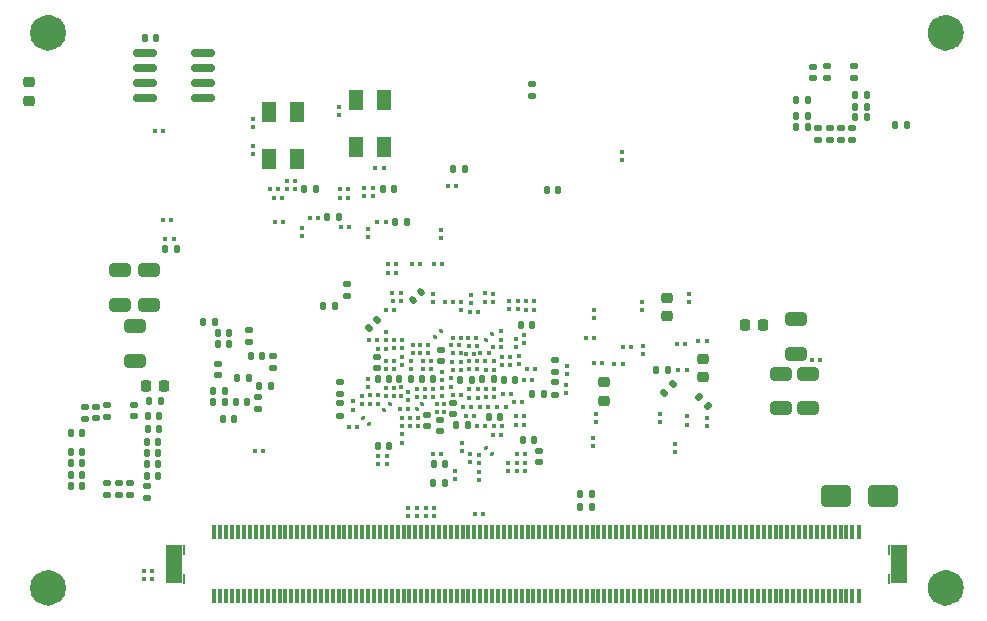
<source format=gbr>
%TF.GenerationSoftware,KiCad,Pcbnew,8.99.0-2767-g6be6680d8c*%
%TF.CreationDate,2024-10-27T19:28:17+01:00*%
%TF.ProjectId,SBC,5342432e-6b69-4636-9164-5f7063625858,rev?*%
%TF.SameCoordinates,Original*%
%TF.FileFunction,Paste,Bot*%
%TF.FilePolarity,Positive*%
%FSLAX46Y46*%
G04 Gerber Fmt 4.6, Leading zero omitted, Abs format (unit mm)*
G04 Created by KiCad (PCBNEW 8.99.0-2767-g6be6680d8c) date 2024-10-27 19:28:17*
%MOMM*%
%LPD*%
G01*
G04 APERTURE LIST*
G04 Aperture macros list*
%AMRoundRect*
0 Rectangle with rounded corners*
0 $1 Rounding radius*
0 $2 $3 $4 $5 $6 $7 $8 $9 X,Y pos of 4 corners*
0 Add a 4 corners polygon primitive as box body*
4,1,4,$2,$3,$4,$5,$6,$7,$8,$9,$2,$3,0*
0 Add four circle primitives for the rounded corners*
1,1,$1+$1,$2,$3*
1,1,$1+$1,$4,$5*
1,1,$1+$1,$6,$7*
1,1,$1+$1,$8,$9*
0 Add four rect primitives between the rounded corners*
20,1,$1+$1,$2,$3,$4,$5,0*
20,1,$1+$1,$4,$5,$6,$7,0*
20,1,$1+$1,$6,$7,$8,$9,0*
20,1,$1+$1,$8,$9,$2,$3,0*%
G04 Aperture macros list end*
%ADD10C,1.550000*%
%ADD11RoundRect,0.140000X-0.170000X0.140000X-0.170000X-0.140000X0.170000X-0.140000X0.170000X0.140000X0*%
%ADD12RoundRect,0.079500X0.079500X0.100500X-0.079500X0.100500X-0.079500X-0.100500X0.079500X-0.100500X0*%
%ADD13RoundRect,0.079500X-0.079500X-0.100500X0.079500X-0.100500X0.079500X0.100500X-0.079500X0.100500X0*%
%ADD14RoundRect,0.135000X-0.185000X0.135000X-0.185000X-0.135000X0.185000X-0.135000X0.185000X0.135000X0*%
%ADD15RoundRect,0.140000X0.140000X0.170000X-0.140000X0.170000X-0.140000X-0.170000X0.140000X-0.170000X0*%
%ADD16RoundRect,0.079500X-0.100500X0.079500X-0.100500X-0.079500X0.100500X-0.079500X0.100500X0.079500X0*%
%ADD17RoundRect,0.135000X-0.135000X-0.185000X0.135000X-0.185000X0.135000X0.185000X-0.135000X0.185000X0*%
%ADD18RoundRect,0.079500X0.100500X-0.079500X0.100500X0.079500X-0.100500X0.079500X-0.100500X-0.079500X0*%
%ADD19RoundRect,0.140000X-0.140000X-0.170000X0.140000X-0.170000X0.140000X0.170000X-0.140000X0.170000X0*%
%ADD20R,1.400000X3.300000*%
%ADD21R,0.250000X0.850000*%
%ADD22R,0.450000X1.200000*%
%ADD23R,0.300000X1.200000*%
%ADD24RoundRect,0.079500X-0.014849X0.127279X-0.127279X0.014849X0.014849X-0.127279X0.127279X-0.014849X0*%
%ADD25RoundRect,0.135000X0.185000X-0.135000X0.185000X0.135000X-0.185000X0.135000X-0.185000X-0.135000X0*%
%ADD26RoundRect,0.140000X0.170000X-0.140000X0.170000X0.140000X-0.170000X0.140000X-0.170000X-0.140000X0*%
%ADD27RoundRect,0.225000X0.225000X0.250000X-0.225000X0.250000X-0.225000X-0.250000X0.225000X-0.250000X0*%
%ADD28RoundRect,0.225000X-0.250000X0.225000X-0.250000X-0.225000X0.250000X-0.225000X0.250000X0.225000X0*%
%ADD29RoundRect,0.135000X0.135000X0.185000X-0.135000X0.185000X-0.135000X-0.185000X0.135000X-0.185000X0*%
%ADD30R,1.200000X1.800000*%
%ADD31RoundRect,0.150000X0.825000X0.150000X-0.825000X0.150000X-0.825000X-0.150000X0.825000X-0.150000X0*%
%ADD32RoundRect,0.250000X-0.650000X0.325000X-0.650000X-0.325000X0.650000X-0.325000X0.650000X0.325000X0*%
%ADD33RoundRect,0.147500X0.147500X0.172500X-0.147500X0.172500X-0.147500X-0.172500X0.147500X-0.172500X0*%
%ADD34RoundRect,0.079500X0.014849X-0.127279X0.127279X-0.014849X-0.014849X0.127279X-0.127279X0.014849X0*%
%ADD35RoundRect,0.140000X0.021213X-0.219203X0.219203X-0.021213X-0.021213X0.219203X-0.219203X0.021213X0*%
%ADD36RoundRect,0.250000X-1.000000X-0.650000X1.000000X-0.650000X1.000000X0.650000X-1.000000X0.650000X0*%
%ADD37RoundRect,0.250000X0.650000X-0.325000X0.650000X0.325000X-0.650000X0.325000X-0.650000X-0.325000X0*%
%ADD38RoundRect,0.135000X0.226274X0.035355X0.035355X0.226274X-0.226274X-0.035355X-0.035355X-0.226274X0*%
%ADD39RoundRect,0.225000X0.250000X-0.225000X0.250000X0.225000X-0.250000X0.225000X-0.250000X-0.225000X0*%
%ADD40RoundRect,0.079500X-0.127279X-0.014849X-0.014849X-0.127279X0.127279X0.014849X0.014849X0.127279X0*%
%ADD41RoundRect,0.135000X0.035355X-0.226274X0.226274X-0.035355X-0.035355X0.226274X-0.226274X0.035355X0*%
%ADD42RoundRect,0.079500X0.127279X0.014849X0.014849X0.127279X-0.127279X-0.014849X-0.014849X-0.127279X0*%
%ADD43RoundRect,0.218750X-0.218750X-0.256250X0.218750X-0.256250X0.218750X0.256250X-0.218750X0.256250X0*%
%ADD44RoundRect,0.147500X0.172500X-0.147500X0.172500X0.147500X-0.172500X0.147500X-0.172500X-0.147500X0*%
G04 APERTURE END LIST*
D10*
X138340481Y-81545014D02*
G75*
G02*
X136790481Y-81545014I-775000J0D01*
G01*
X136790481Y-81545014D02*
G75*
G02*
X138340481Y-81545014I775000J0D01*
G01*
X138340481Y-128545014D02*
G75*
G02*
X136790481Y-128545014I-775000J0D01*
G01*
X136790481Y-128545014D02*
G75*
G02*
X138340481Y-128545014I775000J0D01*
G01*
X62340481Y-81545014D02*
G75*
G02*
X60790481Y-81545014I-775000J0D01*
G01*
X60790481Y-81545014D02*
G75*
G02*
X62340481Y-81545014I775000J0D01*
G01*
X62340481Y-128545014D02*
G75*
G02*
X60790481Y-128545014I-775000J0D01*
G01*
X60790481Y-128545014D02*
G75*
G02*
X62340481Y-128545014I775000J0D01*
G01*
D11*
%TO.C,C166*%
X93665481Y-113869200D03*
X93665481Y-114829200D03*
%TD*%
D12*
%TO.C,C138*%
X71960481Y-97395014D03*
X71270481Y-97395014D03*
%TD*%
%TO.C,C216*%
X97938495Y-112433020D03*
X97248495Y-112433020D03*
%TD*%
D13*
%TO.C,C296*%
X86314081Y-95495214D03*
X87004081Y-95495214D03*
%TD*%
D14*
%TO.C,R37*%
X86320000Y-111080400D03*
X86320000Y-112100400D03*
%TD*%
D15*
%TO.C,C5*%
X125873462Y-88557528D03*
X124913462Y-88557528D03*
%TD*%
D16*
%TO.C,C181*%
X110165481Y-91650014D03*
X110165481Y-92340014D03*
%TD*%
D17*
%TO.C,R63*%
X106610000Y-121730400D03*
X107630000Y-121730400D03*
%TD*%
D13*
%TO.C,C161*%
X98176881Y-108695014D03*
X98866881Y-108695014D03*
%TD*%
D18*
%TO.C,C241*%
X101315481Y-104968790D03*
X101315481Y-104278790D03*
%TD*%
D14*
%TO.C,R74*%
X79343881Y-112358814D03*
X79343881Y-113378814D03*
%TD*%
D19*
%TO.C,C284*%
X77445000Y-112825000D03*
X78405000Y-112825000D03*
%TD*%
D12*
%TO.C,C185*%
X99907281Y-115561214D03*
X99217281Y-115561214D03*
%TD*%
D11*
%TO.C,C10*%
X129643462Y-89627528D03*
X129643462Y-90587528D03*
%TD*%
D18*
%TO.C,C246*%
X92068000Y-112644200D03*
X92068000Y-111954200D03*
%TD*%
%TO.C,C198*%
X99921405Y-107519585D03*
X99921405Y-106829585D03*
%TD*%
D20*
%TO.C,J1*%
X133615481Y-126545014D03*
D21*
X132790481Y-125320014D03*
X132790481Y-127770014D03*
D20*
X72215481Y-126545014D03*
D21*
X73040481Y-125320014D03*
X73040481Y-127770014D03*
D22*
X75590481Y-123845014D03*
D23*
X76165481Y-123845014D03*
X76665481Y-123845014D03*
X77165481Y-123845014D03*
X77665481Y-123845014D03*
X78165481Y-123845014D03*
X78665481Y-123845014D03*
X79165481Y-123845014D03*
X79665481Y-123845014D03*
X80165481Y-123845014D03*
X80665481Y-123845014D03*
X81165481Y-123845014D03*
X81665481Y-123845014D03*
X82165481Y-123845014D03*
X82665481Y-123845014D03*
X83165481Y-123845014D03*
X83665481Y-123845014D03*
X84165481Y-123845014D03*
X84665481Y-123845014D03*
X85165481Y-123845014D03*
X85665481Y-123845014D03*
X86165481Y-123845014D03*
X86665481Y-123845014D03*
X87165481Y-123845014D03*
X87665481Y-123845014D03*
X88165481Y-123845014D03*
X88665481Y-123845014D03*
X89165481Y-123845014D03*
X89665481Y-123845014D03*
X90165481Y-123845014D03*
X90665481Y-123845014D03*
X91165481Y-123845014D03*
X91665481Y-123845014D03*
X92165481Y-123845014D03*
X92665481Y-123845014D03*
X93165481Y-123845014D03*
X93665481Y-123845014D03*
X94165481Y-123845014D03*
X94665481Y-123845014D03*
X95165481Y-123845014D03*
X95665481Y-123845014D03*
X96165481Y-123845014D03*
X96665481Y-123845014D03*
X97165481Y-123845014D03*
X97665481Y-123845014D03*
X98165481Y-123845014D03*
X98665481Y-123845014D03*
X99165481Y-123845014D03*
X99665481Y-123845014D03*
X100165481Y-123845014D03*
X100665481Y-123845014D03*
X101165481Y-123845014D03*
X101665481Y-123845014D03*
X102165481Y-123845014D03*
X102665481Y-123845014D03*
X103165481Y-123845014D03*
X103665481Y-123845014D03*
X104165481Y-123845014D03*
X104665481Y-123845014D03*
X105165481Y-123845014D03*
X105665481Y-123845014D03*
X106165481Y-123845014D03*
X106665481Y-123845014D03*
X107165481Y-123845014D03*
X107665481Y-123845014D03*
X108165481Y-123845014D03*
X108665481Y-123845014D03*
X109165481Y-123845014D03*
X109665481Y-123845014D03*
X110165481Y-123845014D03*
X110665481Y-123845014D03*
X111165481Y-123845014D03*
X111665481Y-123845014D03*
X112165481Y-123845014D03*
X112665481Y-123845014D03*
X113165481Y-123845014D03*
X113665481Y-123845014D03*
X114165481Y-123845014D03*
X114665481Y-123845014D03*
X115165481Y-123845014D03*
X115665481Y-123845014D03*
X116165481Y-123845014D03*
X116665481Y-123845014D03*
X117165481Y-123845014D03*
X117665481Y-123845014D03*
X118165481Y-123845014D03*
X118665481Y-123845014D03*
X119165481Y-123845014D03*
X119665481Y-123845014D03*
X120165481Y-123845014D03*
X120665481Y-123845014D03*
X121165481Y-123845014D03*
X121665481Y-123845014D03*
X122165481Y-123845014D03*
X122665481Y-123845014D03*
X123165481Y-123845014D03*
X123665481Y-123845014D03*
X124165481Y-123845014D03*
X124665481Y-123845014D03*
X125165481Y-123845014D03*
X125665481Y-123845014D03*
X126165481Y-123845014D03*
X126665481Y-123845014D03*
X127165481Y-123845014D03*
X127665481Y-123845014D03*
X128165481Y-123845014D03*
X128665481Y-123845014D03*
X129165481Y-123845014D03*
X129665481Y-123845014D03*
D22*
X130240481Y-123845014D03*
X75590481Y-129245014D03*
D23*
X76165481Y-129245014D03*
X76665481Y-129245014D03*
X77165481Y-129245014D03*
X77665481Y-129245014D03*
X78165481Y-129245014D03*
X78665481Y-129245014D03*
X79165481Y-129245014D03*
X79665481Y-129245014D03*
X80165481Y-129245014D03*
X80665481Y-129245014D03*
X81165481Y-129245014D03*
X81665481Y-129245014D03*
X82165481Y-129245014D03*
X82665481Y-129245014D03*
X83165481Y-129245014D03*
X83665481Y-129245014D03*
X84165481Y-129245014D03*
X84665481Y-129245014D03*
X85165481Y-129245014D03*
X85665481Y-129245014D03*
X86165481Y-129245014D03*
X86665481Y-129245014D03*
X87165481Y-129245014D03*
X87665481Y-129245014D03*
X88165481Y-129245014D03*
X88665481Y-129245014D03*
X89165481Y-129245014D03*
X89665481Y-129245014D03*
X90165481Y-129245014D03*
X90665481Y-129245014D03*
X91165481Y-129245014D03*
X91665481Y-129245014D03*
X92165481Y-129245014D03*
X92665481Y-129245014D03*
X93165481Y-129245014D03*
X93665481Y-129245014D03*
X94165481Y-129245014D03*
X94665481Y-129245014D03*
X95165481Y-129245014D03*
X95665481Y-129245014D03*
X96165481Y-129245014D03*
X96665481Y-129245014D03*
X97165481Y-129245014D03*
X97665481Y-129245014D03*
X98165481Y-129245014D03*
X98665481Y-129245014D03*
X99165481Y-129245014D03*
X99665481Y-129245014D03*
X100165481Y-129245014D03*
X100665481Y-129245014D03*
X101165481Y-129245014D03*
X101665481Y-129245014D03*
X102165481Y-129245014D03*
X102665481Y-129245014D03*
X103165481Y-129245014D03*
X103665481Y-129245014D03*
X104165481Y-129245014D03*
X104665481Y-129245014D03*
X105165481Y-129245014D03*
X105665481Y-129245014D03*
X106165481Y-129245014D03*
X106665481Y-129245014D03*
X107165481Y-129245014D03*
X107665481Y-129245014D03*
X108165481Y-129245014D03*
X108665481Y-129245014D03*
X109165481Y-129245014D03*
X109665481Y-129245014D03*
X110165481Y-129245014D03*
X110665481Y-129245014D03*
X111165481Y-129245014D03*
X111665481Y-129245014D03*
X112165481Y-129245014D03*
X112665481Y-129245014D03*
X113165481Y-129245014D03*
X113665481Y-129245014D03*
X114165481Y-129245014D03*
X114665481Y-129245014D03*
X115165481Y-129245014D03*
X115665481Y-129245014D03*
X116165481Y-129245014D03*
X116665481Y-129245014D03*
X117165481Y-129245014D03*
X117665481Y-129245014D03*
X118165481Y-129245014D03*
X118665481Y-129245014D03*
X119165481Y-129245014D03*
X119665481Y-129245014D03*
X120165481Y-129245014D03*
X120665481Y-129245014D03*
X121165481Y-129245014D03*
X121665481Y-129245014D03*
X122165481Y-129245014D03*
X122665481Y-129245014D03*
X123165481Y-129245014D03*
X123665481Y-129245014D03*
X124165481Y-129245014D03*
X124665481Y-129245014D03*
X125165481Y-129245014D03*
X125665481Y-129245014D03*
X126165481Y-129245014D03*
X126665481Y-129245014D03*
X127165481Y-129245014D03*
X127665481Y-129245014D03*
X128165481Y-129245014D03*
X128665481Y-129245014D03*
X129165481Y-129245014D03*
X129665481Y-129245014D03*
D22*
X130240481Y-129245014D03*
%TD*%
D18*
%TO.C,C208*%
X101167910Y-108163475D03*
X101167910Y-107473475D03*
%TD*%
D24*
%TO.C,C193*%
X90496433Y-112999062D03*
X90008529Y-113486966D03*
%TD*%
D12*
%TO.C,C222*%
X96504681Y-107376614D03*
X95814681Y-107376614D03*
%TD*%
D14*
%TO.C,R38*%
X86920000Y-102845400D03*
X86920000Y-103865400D03*
%TD*%
D15*
%TO.C,C331*%
X70900000Y-116180400D03*
X69940000Y-116180400D03*
%TD*%
D16*
%TO.C,C215*%
X92865481Y-114150014D03*
X92865481Y-114840014D03*
%TD*%
D13*
%TO.C,C211*%
X95830921Y-110113683D03*
X96520921Y-110113683D03*
%TD*%
D12*
%TO.C,C118*%
X91560481Y-107545014D03*
X90870481Y-107545014D03*
%TD*%
D16*
%TO.C,C125*%
X98015481Y-118700014D03*
X98015481Y-119390014D03*
%TD*%
D12*
%TO.C,C227*%
X93040481Y-101135014D03*
X92350481Y-101135014D03*
%TD*%
D13*
%TO.C,C276*%
X71505881Y-99000414D03*
X72195881Y-99000414D03*
%TD*%
D12*
%TO.C,C186*%
X100720430Y-108982430D03*
X100030430Y-108982430D03*
%TD*%
D25*
%TO.C,R97*%
X68547981Y-120715414D03*
X68547981Y-119695414D03*
%TD*%
D18*
%TO.C,C255*%
X105480400Y-110431800D03*
X105480400Y-109741800D03*
%TD*%
D17*
%TO.C,R72*%
X133288462Y-89325028D03*
X134308462Y-89325028D03*
%TD*%
D19*
%TO.C,C213*%
X84885481Y-104695014D03*
X85845481Y-104695014D03*
%TD*%
D26*
%TO.C,C12*%
X129793462Y-85350028D03*
X129793462Y-84390028D03*
%TD*%
D13*
%TO.C,C113*%
X90150481Y-105045014D03*
X90840481Y-105045014D03*
%TD*%
D27*
%TO.C,C29*%
X122140481Y-106245014D03*
X120590481Y-106245014D03*
%TD*%
D18*
%TO.C,C183*%
X94515481Y-113690014D03*
X94515481Y-113000014D03*
%TD*%
D12*
%TO.C,C89*%
X91068081Y-101896014D03*
X90378081Y-101896014D03*
%TD*%
D13*
%TO.C,C209*%
X101260425Y-117212665D03*
X101950425Y-117212665D03*
%TD*%
D19*
%TO.C,C334*%
X63515000Y-115455400D03*
X64475000Y-115455400D03*
%TD*%
D12*
%TO.C,C178*%
X101851365Y-114026235D03*
X101161365Y-114026235D03*
%TD*%
D28*
%TO.C,C256*%
X108637513Y-111151881D03*
X108637513Y-112701881D03*
%TD*%
D13*
%TO.C,C123*%
X89470481Y-108295014D03*
X90160481Y-108295014D03*
%TD*%
D18*
%TO.C,C250*%
X100615481Y-104968790D03*
X100615481Y-104278790D03*
%TD*%
%TO.C,C202*%
X94191800Y-112387632D03*
X94191800Y-111697632D03*
%TD*%
%TO.C,C267*%
X111883000Y-105049200D03*
X111883000Y-104359200D03*
%TD*%
D12*
%TO.C,C90*%
X91068081Y-101159414D03*
X90378081Y-101159414D03*
%TD*%
D16*
%TO.C,C265*%
X114620000Y-116385400D03*
X114620000Y-117075400D03*
%TD*%
D18*
%TO.C,C234*%
X94903000Y-112270014D03*
X94903000Y-111580014D03*
%TD*%
D16*
%TO.C,C190*%
X96015481Y-118675014D03*
X96015481Y-119365014D03*
%TD*%
D18*
%TO.C,C162*%
X90865481Y-112290014D03*
X90865481Y-111600014D03*
%TD*%
D14*
%TO.C,R70*%
X104464400Y-111151600D03*
X104464400Y-112171600D03*
%TD*%
D29*
%TO.C,R75*%
X78609281Y-110735214D03*
X77589281Y-110735214D03*
%TD*%
D12*
%TO.C,C220*%
X96514301Y-112193369D03*
X95824301Y-112193369D03*
%TD*%
%TO.C,C72*%
X98422481Y-122268014D03*
X97732481Y-122268014D03*
%TD*%
D26*
%TO.C,C203*%
X94812400Y-109327600D03*
X94812400Y-108367600D03*
%TD*%
D15*
%TO.C,C159*%
X102547705Y-106274790D03*
X101587705Y-106274790D03*
%TD*%
D16*
%TO.C,R100*%
X70403081Y-127078014D03*
X70403081Y-127768014D03*
%TD*%
D12*
%TO.C,C197*%
X99980481Y-114865014D03*
X99290481Y-114865014D03*
%TD*%
D16*
%TO.C,C117*%
X88115481Y-112275014D03*
X88115481Y-112965014D03*
%TD*%
D12*
%TO.C,C235*%
X90845000Y-109300000D03*
X90155000Y-109300000D03*
%TD*%
D13*
%TO.C,C135*%
X95675481Y-107970014D03*
X96365481Y-107970014D03*
%TD*%
D19*
%TO.C,C281*%
X78720000Y-108930400D03*
X79680000Y-108930400D03*
%TD*%
D18*
%TO.C,C189*%
X102015481Y-104977045D03*
X102015481Y-104287045D03*
%TD*%
D12*
%TO.C,C206*%
X99919695Y-108189414D03*
X99229695Y-108189414D03*
%TD*%
%TO.C,C175*%
X97888965Y-110047325D03*
X97198965Y-110047325D03*
%TD*%
D14*
%TO.C,R71*%
X104464400Y-109272000D03*
X104464400Y-110292000D03*
%TD*%
D11*
%TO.C,C285*%
X75920000Y-109550400D03*
X75920000Y-110510400D03*
%TD*%
D16*
%TO.C,R99*%
X69691881Y-127078014D03*
X69691881Y-127768014D03*
%TD*%
D13*
%TO.C,C128*%
X94120481Y-117195014D03*
X94810481Y-117195014D03*
%TD*%
D16*
%TO.C,C299*%
X89046681Y-94657414D03*
X89046681Y-95347414D03*
%TD*%
D12*
%TO.C,C237*%
X92063000Y-113374200D03*
X91373000Y-113374200D03*
%TD*%
D16*
%TO.C,C177*%
X101250460Y-117932560D03*
X101250460Y-118622560D03*
%TD*%
D12*
%TO.C,C248*%
X100720430Y-109684105D03*
X100030430Y-109684105D03*
%TD*%
D11*
%TO.C,C7*%
X126793462Y-89627528D03*
X126793462Y-90587528D03*
%TD*%
D30*
%TO.C,Y4*%
X80277481Y-92212014D03*
X80277481Y-88212014D03*
X82677481Y-88212014D03*
X82677481Y-92212014D03*
%TD*%
D13*
%TO.C,C304*%
X80776881Y-97527214D03*
X81466881Y-97527214D03*
%TD*%
D26*
%TO.C,C134*%
X95865481Y-113825014D03*
X95865481Y-112865014D03*
%TD*%
D16*
%TO.C,C233*%
X92769400Y-111699400D03*
X92769400Y-112389400D03*
%TD*%
D15*
%TO.C,C6*%
X125873462Y-89507528D03*
X124913462Y-89507528D03*
%TD*%
D18*
%TO.C,C151*%
X90165481Y-112290014D03*
X90165481Y-111600014D03*
%TD*%
D30*
%TO.C,Y3*%
X87643481Y-91196014D03*
X87643481Y-87196014D03*
X90043481Y-87196014D03*
X90043481Y-91196014D03*
%TD*%
D19*
%TO.C,C275*%
X71497481Y-99838614D03*
X72457481Y-99838614D03*
%TD*%
D16*
%TO.C,C201*%
X94815481Y-98250014D03*
X94815481Y-98940014D03*
%TD*%
D31*
%TO.C,U18*%
X74727481Y-83268014D03*
X74727481Y-84538014D03*
X74727481Y-85808014D03*
X74727481Y-87078014D03*
X69777481Y-87078014D03*
X69777481Y-85808014D03*
X69777481Y-84538014D03*
X69777481Y-83268014D03*
%TD*%
D18*
%TO.C,C306*%
X83052281Y-98751014D03*
X83052281Y-98061014D03*
%TD*%
D16*
%TO.C,C214*%
X91535800Y-108979800D03*
X91535800Y-109669800D03*
%TD*%
D19*
%TO.C,C283*%
X79450000Y-111425000D03*
X80410000Y-111425000D03*
%TD*%
D26*
%TO.C,C2*%
X127493462Y-85350028D03*
X127493462Y-84390028D03*
%TD*%
D15*
%TO.C,C324*%
X70950000Y-113980400D03*
X69990000Y-113980400D03*
%TD*%
D32*
%TO.C,C42*%
X125893462Y-110395028D03*
X125893462Y-113345028D03*
%TD*%
D13*
%TO.C,C187*%
X97109000Y-107369000D03*
X97799000Y-107369000D03*
%TD*%
D12*
%TO.C,C303*%
X84413281Y-97222414D03*
X83723281Y-97222414D03*
%TD*%
D16*
%TO.C,C140*%
X91515481Y-115550014D03*
X91515481Y-116240014D03*
%TD*%
D15*
%TO.C,C321*%
X71100000Y-112692900D03*
X70140000Y-112692900D03*
%TD*%
D16*
%TO.C,C115*%
X87370281Y-112752414D03*
X87370281Y-113442414D03*
%TD*%
D19*
%TO.C,C13*%
X129913462Y-88707528D03*
X130873462Y-88707528D03*
%TD*%
D18*
%TO.C,C300*%
X88640281Y-98837414D03*
X88640281Y-98147414D03*
%TD*%
D12*
%TO.C,C308*%
X82482881Y-94072814D03*
X81792881Y-94072814D03*
%TD*%
D18*
%TO.C,C263*%
X107670000Y-116550400D03*
X107670000Y-115860400D03*
%TD*%
D13*
%TO.C,C305*%
X86314081Y-94784014D03*
X87004081Y-94784014D03*
%TD*%
D16*
%TO.C,C94*%
X94279081Y-121794814D03*
X94279081Y-122484814D03*
%TD*%
D13*
%TO.C,C298*%
X80370481Y-94784014D03*
X81060481Y-94784014D03*
%TD*%
D33*
%TO.C,FB6*%
X84248481Y-94733214D03*
X83278481Y-94733214D03*
%TD*%
D19*
%TO.C,C330*%
X63515000Y-118980400D03*
X64475000Y-118980400D03*
%TD*%
D15*
%TO.C,C191*%
X92273683Y-110847139D03*
X91313683Y-110847139D03*
%TD*%
D16*
%TO.C,C116*%
X89515481Y-112250014D03*
X89515481Y-112940014D03*
%TD*%
D34*
%TO.C,C196*%
X92771529Y-113438966D03*
X93259433Y-112951062D03*
%TD*%
D35*
%TO.C,C171*%
X92466470Y-104165825D03*
X93145292Y-103487003D03*
%TD*%
D15*
%TO.C,C336*%
X70950000Y-115080400D03*
X69990000Y-115080400D03*
%TD*%
D34*
%TO.C,C139*%
X94321529Y-107313966D03*
X94809433Y-106826062D03*
%TD*%
D16*
%TO.C,C180*%
X95684181Y-110815157D03*
X95684181Y-111505157D03*
%TD*%
D18*
%TO.C,C253*%
X113415481Y-114540014D03*
X113415481Y-113850014D03*
%TD*%
%TO.C,C172*%
X95115481Y-113640014D03*
X95115481Y-112950014D03*
%TD*%
D12*
%TO.C,C217*%
X99317080Y-111698325D03*
X98627080Y-111698325D03*
%TD*%
D36*
%TO.C,D1*%
X128246481Y-120762414D03*
X132246481Y-120762414D03*
%TD*%
D26*
%TO.C,C155*%
X102515481Y-86875014D03*
X102515481Y-85915014D03*
%TD*%
D18*
%TO.C,C254*%
X105378800Y-112057400D03*
X105378800Y-111367400D03*
%TD*%
D26*
%TO.C,C333*%
X66520000Y-120665414D03*
X66520000Y-119705414D03*
%TD*%
D11*
%TO.C,C329*%
X65620000Y-113212900D03*
X65620000Y-114172900D03*
%TD*%
D32*
%TO.C,C68*%
X68929881Y-106390014D03*
X68929881Y-109340014D03*
%TD*%
D12*
%TO.C,FB2*%
X97673081Y-108722814D03*
X96983081Y-108722814D03*
%TD*%
D13*
%TO.C,C238*%
X98610570Y-110063835D03*
X99300570Y-110063835D03*
%TD*%
D16*
%TO.C,C93*%
X93567881Y-121794814D03*
X93567881Y-122484814D03*
%TD*%
D19*
%TO.C,C156*%
X98326980Y-110881080D03*
X99286980Y-110881080D03*
%TD*%
D16*
%TO.C,R57*%
X96565000Y-104306200D03*
X96565000Y-104996200D03*
%TD*%
D18*
%TO.C,C219*%
X102715481Y-104977045D03*
X102715481Y-104287045D03*
%TD*%
D15*
%TO.C,C280*%
X76530000Y-111875000D03*
X75570000Y-111875000D03*
%TD*%
D16*
%TO.C,C92*%
X92780481Y-121794814D03*
X92780481Y-122484814D03*
%TD*%
D26*
%TO.C,C15*%
X126368462Y-85380028D03*
X126368462Y-84420028D03*
%TD*%
D18*
%TO.C,C146*%
X89515481Y-118090014D03*
X89515481Y-117400014D03*
%TD*%
D12*
%TO.C,C221*%
X97410175Y-113208990D03*
X96720175Y-113208990D03*
%TD*%
D26*
%TO.C,C326*%
X69970000Y-120910400D03*
X69970000Y-119950400D03*
%TD*%
D16*
%TO.C,C153*%
X97377800Y-103722000D03*
X97377800Y-104412000D03*
%TD*%
D11*
%TO.C,C319*%
X64670000Y-113250400D03*
X64670000Y-114210400D03*
%TD*%
D12*
%TO.C,C231*%
X101859620Y-114723014D03*
X101169620Y-114723014D03*
%TD*%
D13*
%TO.C,C232*%
X88720481Y-107570014D03*
X89410481Y-107570014D03*
%TD*%
D29*
%TO.C,R35*%
X103528281Y-112136614D03*
X102508281Y-112136614D03*
%TD*%
D11*
%TO.C,C152*%
X94715481Y-114315014D03*
X94715481Y-115275014D03*
%TD*%
D18*
%TO.C,C264*%
X115673000Y-114719200D03*
X115673000Y-114029200D03*
%TD*%
D19*
%TO.C,C169*%
X100151335Y-110917414D03*
X101111335Y-110917414D03*
%TD*%
D25*
%TO.C,R39*%
X86320000Y-113950400D03*
X86320000Y-112930400D03*
%TD*%
D37*
%TO.C,C44*%
X124878462Y-108745028D03*
X124878462Y-105795028D03*
%TD*%
D13*
%TO.C,C88*%
X101884200Y-110950400D03*
X102574200Y-110950400D03*
%TD*%
D16*
%TO.C,C121*%
X88690481Y-110850014D03*
X88690481Y-111540014D03*
%TD*%
D18*
%TO.C,C225*%
X93999600Y-110025400D03*
X93999600Y-109335400D03*
%TD*%
D15*
%TO.C,C332*%
X70900000Y-118080400D03*
X69940000Y-118080400D03*
%TD*%
D16*
%TO.C,C91*%
X92069281Y-121794814D03*
X92069281Y-122484814D03*
%TD*%
D13*
%TO.C,C228*%
X98635335Y-112424765D03*
X99325335Y-112424765D03*
%TD*%
D19*
%TO.C,C286*%
X76370000Y-114225000D03*
X77330000Y-114225000D03*
%TD*%
D13*
%TO.C,C294*%
X86364881Y-97984414D03*
X87054881Y-97984414D03*
%TD*%
D17*
%TO.C,R64*%
X113032863Y-110064729D03*
X114052863Y-110064729D03*
%TD*%
D12*
%TO.C,C242*%
X96504681Y-108672014D03*
X95814681Y-108672014D03*
%TD*%
D16*
%TO.C,C204*%
X93741052Y-107975546D03*
X93741052Y-108665546D03*
%TD*%
D29*
%TO.C,R73*%
X75680000Y-105992900D03*
X74660000Y-105992900D03*
%TD*%
D15*
%TO.C,C131*%
X104745481Y-94845014D03*
X103785481Y-94845014D03*
%TD*%
%TO.C,C335*%
X70900000Y-117130400D03*
X69940000Y-117130400D03*
%TD*%
D19*
%TO.C,C179*%
X93189481Y-110864632D03*
X94149481Y-110864632D03*
%TD*%
D16*
%TO.C,C218*%
X101416400Y-108878200D03*
X101416400Y-109568200D03*
%TD*%
D13*
%TO.C,C240*%
X101012775Y-112821005D03*
X101702775Y-112821005D03*
%TD*%
D18*
%TO.C,C262*%
X107765481Y-105690014D03*
X107765481Y-105000014D03*
%TD*%
D16*
%TO.C,C269*%
X117370000Y-114185400D03*
X117370000Y-114875400D03*
%TD*%
D32*
%TO.C,C37*%
X123593462Y-110395028D03*
X123593462Y-113345028D03*
%TD*%
D13*
%TO.C,C260*%
X109518000Y-109614200D03*
X110208000Y-109614200D03*
%TD*%
D38*
%TO.C,R34*%
X117430624Y-113141024D03*
X116709376Y-112419776D03*
%TD*%
D18*
%TO.C,C126*%
X90165481Y-107565014D03*
X90165481Y-106875014D03*
%TD*%
D11*
%TO.C,C9*%
X128693462Y-89627528D03*
X128693462Y-90587528D03*
%TD*%
D39*
%TO.C,C257*%
X113989400Y-105553200D03*
X113989400Y-104003200D03*
%TD*%
D19*
%TO.C,C277*%
X75945000Y-107925000D03*
X76905000Y-107925000D03*
%TD*%
D12*
%TO.C,C295*%
X90138481Y-97578014D03*
X89448481Y-97578014D03*
%TD*%
%TO.C,C271*%
X117328000Y-107624200D03*
X116638000Y-107624200D03*
%TD*%
%TO.C,C244*%
X90855000Y-110002538D03*
X90165000Y-110002538D03*
%TD*%
D32*
%TO.C,C67*%
X70098281Y-101665614D03*
X70098281Y-104615614D03*
%TD*%
D19*
%TO.C,C158*%
X101789481Y-116023945D03*
X102749481Y-116023945D03*
%TD*%
D18*
%TO.C,C302*%
X78937481Y-91827014D03*
X78937481Y-91137014D03*
%TD*%
D12*
%TO.C,C114*%
X91410481Y-103545014D03*
X90720481Y-103545014D03*
%TD*%
D18*
%TO.C,C210*%
X94951837Y-110952400D03*
X94951837Y-110262400D03*
%TD*%
D13*
%TO.C,C293*%
X89285881Y-93006014D03*
X89975881Y-93006014D03*
%TD*%
D18*
%TO.C,C226*%
X91472481Y-112263014D03*
X91472481Y-111573014D03*
%TD*%
D39*
%TO.C,C268*%
X117020000Y-110705400D03*
X117020000Y-109155400D03*
%TD*%
D40*
%TO.C,C147*%
X98657929Y-116714262D03*
X99145833Y-117202166D03*
%TD*%
D16*
%TO.C,C120*%
X88815481Y-112250014D03*
X88815481Y-112940014D03*
%TD*%
%TO.C,C251*%
X93480600Y-111700742D03*
X93480600Y-112390742D03*
%TD*%
D18*
%TO.C,C136*%
X98565481Y-104298414D03*
X98565481Y-103608414D03*
%TD*%
D13*
%TO.C,C168*%
X97880481Y-114875014D03*
X98570481Y-114875014D03*
%TD*%
D12*
%TO.C,C137*%
X87720481Y-114905014D03*
X87030481Y-114905014D03*
%TD*%
D29*
%TO.C,R41*%
X95180000Y-119692900D03*
X94160000Y-119692900D03*
%TD*%
D13*
%TO.C,C124*%
X90870481Y-108270014D03*
X91560481Y-108270014D03*
%TD*%
D15*
%TO.C,C4*%
X125873462Y-87207528D03*
X124913462Y-87207528D03*
%TD*%
D16*
%TO.C,C249*%
X101869585Y-107093745D03*
X101869585Y-107783745D03*
%TD*%
D41*
%TO.C,R40*%
X88720000Y-106580400D03*
X89441248Y-105859152D03*
%TD*%
D13*
%TO.C,C230*%
X100046940Y-112127585D03*
X100736940Y-112127585D03*
%TD*%
D19*
%TO.C,C338*%
X63515000Y-117970400D03*
X64475000Y-117970400D03*
%TD*%
D16*
%TO.C,C272*%
X107918881Y-113783614D03*
X107918881Y-114473614D03*
%TD*%
D33*
%TO.C,FB4*%
X90875481Y-94799214D03*
X89905481Y-94799214D03*
%TD*%
D19*
%TO.C,C130*%
X96124800Y-114787600D03*
X97084800Y-114787600D03*
%TD*%
D16*
%TO.C,C188*%
X100548785Y-117932560D03*
X100548785Y-118622560D03*
%TD*%
D18*
%TO.C,C266*%
X111933000Y-108729200D03*
X111933000Y-108039200D03*
%TD*%
D16*
%TO.C,C148*%
X96590481Y-116250014D03*
X96590481Y-116940014D03*
%TD*%
D19*
%TO.C,C3*%
X129913462Y-86807528D03*
X130873462Y-86807528D03*
%TD*%
D18*
%TO.C,C245*%
X92265481Y-110040014D03*
X92265481Y-109350014D03*
%TD*%
D12*
%TO.C,C309*%
X82482881Y-94784014D03*
X81792881Y-94784014D03*
%TD*%
%TO.C,C252*%
X96110481Y-94495014D03*
X95420481Y-94495014D03*
%TD*%
D16*
%TO.C,C184*%
X92215481Y-114150014D03*
X92215481Y-114840014D03*
%TD*%
D13*
%TO.C,C243*%
X95803870Y-109378670D03*
X96493870Y-109378670D03*
%TD*%
%TO.C,C259*%
X114938000Y-110124200D03*
X115628000Y-110124200D03*
%TD*%
D12*
%TO.C,C239*%
X100299425Y-113225500D03*
X99609425Y-113225500D03*
%TD*%
D26*
%TO.C,C170*%
X103158481Y-117903014D03*
X103158481Y-116943014D03*
%TD*%
D19*
%TO.C,C141*%
X94210481Y-118020014D03*
X95170481Y-118020014D03*
%TD*%
%TO.C,C339*%
X63515000Y-119905400D03*
X64475000Y-119905400D03*
%TD*%
D13*
%TO.C,C258*%
X107808000Y-109514200D03*
X108498000Y-109514200D03*
%TD*%
D19*
%TO.C,C311*%
X69767481Y-81968014D03*
X70727481Y-81968014D03*
%TD*%
D12*
%TO.C,C144*%
X79800481Y-116946014D03*
X79110481Y-116946014D03*
%TD*%
D13*
%TO.C,C274*%
X110208000Y-108169814D03*
X110898000Y-108169814D03*
%TD*%
%TO.C,C207*%
X97248495Y-111706580D03*
X97938495Y-111706580D03*
%TD*%
%TO.C,C223*%
X95200481Y-104335014D03*
X95890481Y-104335014D03*
%TD*%
D18*
%TO.C,C129*%
X90255481Y-118080014D03*
X90255481Y-117390014D03*
%TD*%
D13*
%TO.C,C270*%
X107118000Y-107384200D03*
X107808000Y-107384200D03*
%TD*%
D11*
%TO.C,C337*%
X68824519Y-113050400D03*
X68824519Y-114010400D03*
%TD*%
D13*
%TO.C,C307*%
X80675281Y-95495214D03*
X81365281Y-95495214D03*
%TD*%
D28*
%TO.C,C290*%
X59965481Y-85745014D03*
X59965481Y-87295014D03*
%TD*%
D13*
%TO.C,C199*%
X102087400Y-110036000D03*
X102777400Y-110036000D03*
%TD*%
D12*
%TO.C,R56*%
X97966600Y-105159200D03*
X97276600Y-105159200D03*
%TD*%
D16*
%TO.C,C165*%
X99265481Y-103665400D03*
X99265481Y-104355400D03*
%TD*%
D11*
%TO.C,C8*%
X127743462Y-89627528D03*
X127743462Y-90587528D03*
%TD*%
D15*
%TO.C,C194*%
X90426706Y-110837857D03*
X89466706Y-110837857D03*
%TD*%
D18*
%TO.C,C205*%
X91515481Y-114840014D03*
X91515481Y-114150014D03*
%TD*%
D25*
%TO.C,R98*%
X67547981Y-120715414D03*
X67547981Y-119695414D03*
%TD*%
D13*
%TO.C,C164*%
X96934805Y-113968450D03*
X97624805Y-113968450D03*
%TD*%
D16*
%TO.C,C127*%
X98065481Y-117300014D03*
X98065481Y-117990014D03*
%TD*%
D12*
%TO.C,C145*%
X71320481Y-89835014D03*
X70630481Y-89835014D03*
%TD*%
D15*
%TO.C,C167*%
X97446115Y-110914100D03*
X96486115Y-110914100D03*
%TD*%
D12*
%TO.C,C229*%
X99284060Y-109329140D03*
X98594060Y-109329140D03*
%TD*%
%TO.C,C122*%
X91435481Y-104295014D03*
X90745481Y-104295014D03*
%TD*%
D19*
%TO.C,C323*%
X63515000Y-117050400D03*
X64475000Y-117050400D03*
%TD*%
D13*
%TO.C,C132*%
X97210600Y-108054800D03*
X97900600Y-108054800D03*
%TD*%
D19*
%TO.C,C11*%
X129913462Y-87807528D03*
X130873462Y-87807528D03*
%TD*%
D13*
%TO.C,C176*%
X97165945Y-109329140D03*
X97855945Y-109329140D03*
%TD*%
D15*
%TO.C,C157*%
X99856575Y-114042745D03*
X98896575Y-114042745D03*
%TD*%
D13*
%TO.C,C273*%
X114808000Y-107934200D03*
X115498000Y-107934200D03*
%TD*%
D18*
%TO.C,C182*%
X94126681Y-104365014D03*
X94126681Y-103675014D03*
%TD*%
D13*
%TO.C,C48*%
X126248462Y-109270028D03*
X126938462Y-109270028D03*
%TD*%
D16*
%TO.C,C224*%
X93288400Y-109353119D03*
X93288400Y-110043119D03*
%TD*%
D18*
%TO.C,C292*%
X86237881Y-88525014D03*
X86237881Y-87835014D03*
%TD*%
D42*
%TO.C,C143*%
X88759433Y-114663966D03*
X88271529Y-114176062D03*
%TD*%
D15*
%TO.C,C325*%
X70900000Y-119030400D03*
X69940000Y-119030400D03*
%TD*%
D43*
%TO.C,FB7*%
X69832500Y-111492900D03*
X71407500Y-111492900D03*
%TD*%
D18*
%TO.C,C301*%
X78937481Y-89541014D03*
X78937481Y-88851014D03*
%TD*%
D19*
%TO.C,C279*%
X75920000Y-106975000D03*
X76880000Y-106975000D03*
%TD*%
D12*
%TO.C,C247*%
X98826891Y-113213067D03*
X98136891Y-113213067D03*
%TD*%
D15*
%TO.C,C174*%
X96845481Y-93045014D03*
X95885481Y-93045014D03*
%TD*%
D26*
%TO.C,C278*%
X78600000Y-107705000D03*
X78600000Y-106745000D03*
%TD*%
D17*
%TO.C,R62*%
X106610000Y-120630400D03*
X107630000Y-120630400D03*
%TD*%
D16*
%TO.C,C297*%
X88335481Y-94657414D03*
X88335481Y-95347414D03*
%TD*%
D34*
%TO.C,C154*%
X98657848Y-107536752D03*
X99145752Y-107048848D03*
%TD*%
D15*
%TO.C,C142*%
X90425481Y-116545014D03*
X89465481Y-116545014D03*
%TD*%
D18*
%TO.C,C200*%
X101968645Y-118622560D03*
X101968645Y-117932560D03*
%TD*%
D11*
%TO.C,C327*%
X66520000Y-113075400D03*
X66520000Y-114035400D03*
%TD*%
D16*
%TO.C,C236*%
X92445481Y-107960014D03*
X92445481Y-108650014D03*
%TD*%
D18*
%TO.C,C119*%
X97290481Y-117890014D03*
X97290481Y-117200014D03*
%TD*%
D33*
%TO.C,FB3*%
X91919281Y-97578014D03*
X90949281Y-97578014D03*
%TD*%
D12*
%TO.C,C192*%
X94910481Y-101145014D03*
X94220481Y-101145014D03*
%TD*%
D16*
%TO.C,C195*%
X93085200Y-107963800D03*
X93085200Y-108653800D03*
%TD*%
D32*
%TO.C,C71*%
X67659881Y-101640214D03*
X67659881Y-104590214D03*
%TD*%
D15*
%TO.C,C282*%
X76530000Y-112825000D03*
X75570000Y-112825000D03*
%TD*%
D41*
%TO.C,R65*%
X113746386Y-112039795D03*
X114467634Y-111318547D03*
%TD*%
D16*
%TO.C,C261*%
X115803000Y-103659200D03*
X115803000Y-104349200D03*
%TD*%
D26*
%TO.C,C287*%
X80650000Y-109905000D03*
X80650000Y-108945000D03*
%TD*%
D33*
%TO.C,FB5*%
X86178881Y-97120814D03*
X85208881Y-97120814D03*
%TD*%
D44*
%TO.C,FB1*%
X89450000Y-109925000D03*
X89450000Y-108955000D03*
%TD*%
M02*

</source>
